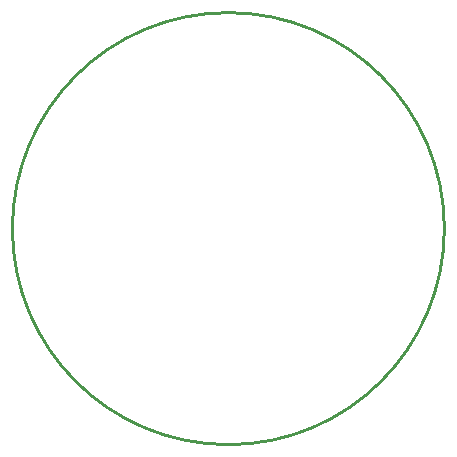
<source format=gko>
G04 Layer_Color=16711935*
%FSLAX25Y25*%
%MOIN*%
G70*
G01*
G75*
%ADD80C,0.01000*%
D80*
X28283Y-33083D02*
G03*
X28283Y-33083I-72000J0D01*
G01*
M02*

</source>
